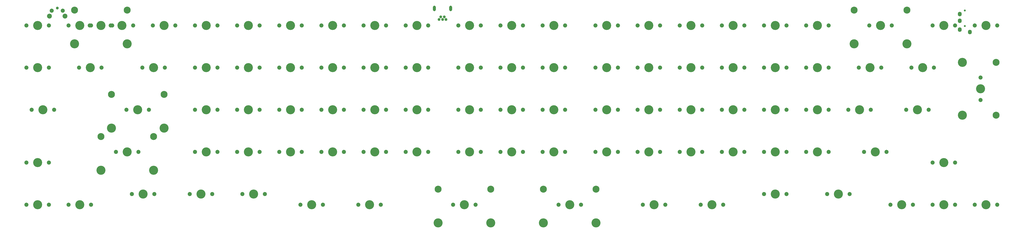
<source format=gts>
G04 #@! TF.GenerationSoftware,KiCad,Pcbnew,(5.1.6)-1*
G04 #@! TF.CreationDate,2020-07-14T12:30:16-04:00*
G04 #@! TF.ProjectId,railroad-keyboard-pcb-only,7261696c-726f-4616-942d-6b6579626f61,rev?*
G04 #@! TF.SameCoordinates,Original*
G04 #@! TF.FileFunction,Soldermask,Top*
G04 #@! TF.FilePolarity,Negative*
%FSLAX46Y46*%
G04 Gerber Fmt 4.6, Leading zero omitted, Abs format (unit mm)*
G04 Created by KiCad (PCBNEW (5.1.6)-1) date 2020-07-14 12:30:16*
%MOMM*%
%LPD*%
G01*
G04 APERTURE LIST*
%ADD10C,1.300000*%
%ADD11C,2.200000*%
%ADD12C,1.850000*%
%ADD13C,4.087800*%
%ADD14C,3.148000*%
%ADD15O,1.700000X2.100000*%
%ADD16C,0.900000*%
%ADD17O,1.308000X2.516000*%
G04 APERTURE END LIST*
D10*
G04 #@! TO.C,SW1*
X18375000Y-239709000D03*
D11*
X21875000Y-243409000D03*
D12*
X20875000Y-240919000D03*
X15875000Y-240919000D03*
D11*
X14865000Y-243409000D03*
G04 #@! TD*
D13*
G04 #@! TO.C,MX9*
X390525000Y-247650000D03*
D12*
X385445000Y-247650000D03*
X395605000Y-247650000D03*
D14*
X378618750Y-240665000D03*
X402431250Y-240665000D03*
D13*
X378618750Y-255905000D03*
X402431250Y-255905000D03*
G04 #@! TD*
G04 #@! TO.C,MX500_alt2*
X28575000Y-247650000D03*
D12*
X23495000Y-247650000D03*
X33655000Y-247650000D03*
G04 #@! TD*
D13*
G04 #@! TO.C,MX100_alt1*
X47625000Y-247650000D03*
D12*
X52705000Y-247650000D03*
X42545000Y-247650000D03*
G04 #@! TD*
D15*
G04 #@! TO.C,U2*
X426325000Y-245468000D03*
D16*
X428625000Y-240868000D03*
X428625000Y-247868000D03*
D15*
X426325000Y-242468000D03*
X426325000Y-249468000D03*
X430925000Y-250568000D03*
G04 #@! TD*
D13*
G04 #@! TO.C,MX104*
X204787500Y-247650000D03*
D12*
X199707500Y-247650000D03*
X209867500Y-247650000D03*
G04 #@! TD*
D13*
G04 #@! TO.C,MX100*
X38100000Y-247650000D03*
D12*
X33020000Y-247650000D03*
X43180000Y-247650000D03*
D14*
X26193750Y-240665000D03*
X50006250Y-240665000D03*
D13*
X26193750Y-255905000D03*
X50006250Y-255905000D03*
G04 #@! TD*
G04 #@! TO.C,MX508*
X361950000Y-285750000D03*
D12*
X356870000Y-285750000D03*
X367030000Y-285750000D03*
G04 #@! TD*
D10*
G04 #@! TO.C,J1*
X190932000Y-244913000D03*
X192532000Y-244913000D03*
X194132000Y-244913000D03*
X191732000Y-243713000D03*
X193332000Y-243713000D03*
D17*
X196182000Y-239863000D03*
X188882000Y-239863000D03*
G04 #@! TD*
D13*
G04 #@! TO.C,MX410*
X427513750Y-264287000D03*
X427513750Y-288163000D03*
D14*
X442753750Y-264287000D03*
X442753750Y-288163000D03*
D12*
X435768750Y-281305000D03*
X435768750Y-271145000D03*
D13*
X435768750Y-276225000D03*
G04 #@! TD*
G04 #@! TO.C,MX305*
X242887500Y-266700000D03*
D12*
X237807500Y-266700000D03*
X247967500Y-266700000D03*
G04 #@! TD*
D13*
G04 #@! TO.C,MX306*
X285750000Y-266700000D03*
D12*
X280670000Y-266700000D03*
X290830000Y-266700000D03*
G04 #@! TD*
D13*
G04 #@! TO.C,MX808*
X342900000Y-323850000D03*
D12*
X337820000Y-323850000D03*
X347980000Y-323850000D03*
G04 #@! TD*
D13*
G04 #@! TO.C,MX102*
X123825000Y-247650000D03*
D12*
X118745000Y-247650000D03*
X128905000Y-247650000D03*
G04 #@! TD*
D13*
G04 #@! TO.C,MX801*
X57150000Y-323850000D03*
D12*
X52070000Y-323850000D03*
X62230000Y-323850000D03*
G04 #@! TD*
D13*
G04 #@! TO.C,MX601*
X50006250Y-304800000D03*
D12*
X44926250Y-304800000D03*
X55086250Y-304800000D03*
D14*
X38100000Y-297815000D03*
X61912500Y-297815000D03*
D13*
X38100000Y-313055000D03*
X61912500Y-313055000D03*
G04 #@! TD*
G04 #@! TO.C,MX904*
X202406250Y-328612500D03*
D12*
X197326250Y-328612500D03*
X207486250Y-328612500D03*
D14*
X190500000Y-321627500D03*
X214312500Y-321627500D03*
D13*
X190500000Y-336867500D03*
X214312500Y-336867500D03*
G04 #@! TD*
G04 #@! TO.C,MX906*
X288131250Y-328612500D03*
D12*
X283051250Y-328612500D03*
X293211250Y-328612500D03*
G04 #@! TD*
D13*
G04 #@! TO.C,MX903*
X159543750Y-328612500D03*
D12*
X154463750Y-328612500D03*
X164623750Y-328612500D03*
G04 #@! TD*
D13*
G04 #@! TO.C,MX609*
X388143750Y-304800000D03*
D12*
X383063750Y-304800000D03*
X393223750Y-304800000D03*
G04 #@! TD*
D13*
G04 #@! TO.C,MX509*
X407193750Y-285750000D03*
D12*
X402113750Y-285750000D03*
X412273750Y-285750000D03*
G04 #@! TD*
D13*
G04 #@! TO.C,MX400*
X11906250Y-285750000D03*
D12*
X6826250Y-285750000D03*
X16986250Y-285750000D03*
G04 #@! TD*
D13*
G04 #@! TO.C,MX901*
X83343750Y-323850000D03*
D12*
X78263750Y-323850000D03*
X88423750Y-323850000D03*
G04 #@! TD*
D13*
G04 #@! TO.C,MX802*
X107156250Y-323850000D03*
D12*
X102076250Y-323850000D03*
X112236250Y-323850000D03*
G04 #@! TD*
D13*
G04 #@! TO.C,MX908*
X371475000Y-323850000D03*
D12*
X366395000Y-323850000D03*
X376555000Y-323850000D03*
G04 #@! TD*
D13*
G04 #@! TO.C,MX300*
X33337500Y-266700000D03*
D12*
X28257500Y-266700000D03*
X38417500Y-266700000D03*
G04 #@! TD*
D13*
G04 #@! TO.C,MX209*
X385762500Y-266700000D03*
D12*
X380682500Y-266700000D03*
X390842500Y-266700000D03*
G04 #@! TD*
D13*
G04 #@! TO.C,MX201*
X61912500Y-266700000D03*
D12*
X56832500Y-266700000D03*
X66992500Y-266700000D03*
G04 #@! TD*
D13*
G04 #@! TO.C,MX905*
X250031250Y-328612500D03*
D12*
X244951250Y-328612500D03*
X255111250Y-328612500D03*
D14*
X238125000Y-321627500D03*
X261937500Y-321627500D03*
D13*
X238125000Y-336867500D03*
X261937500Y-336867500D03*
G04 #@! TD*
G04 #@! TO.C,MX401*
X54768750Y-285750000D03*
D12*
X49688750Y-285750000D03*
X59848750Y-285750000D03*
D14*
X42862500Y-278765000D03*
X66675000Y-278765000D03*
D13*
X42862500Y-294005000D03*
X66675000Y-294005000D03*
G04 #@! TD*
G04 #@! TO.C,MX602*
X104775000Y-304800000D03*
D12*
X99695000Y-304800000D03*
X109855000Y-304800000D03*
G04 #@! TD*
D13*
G04 #@! TO.C,MX702*
X123825000Y-304800000D03*
D12*
X118745000Y-304800000D03*
X128905000Y-304800000D03*
G04 #@! TD*
D13*
G04 #@! TO.C,MX502*
X123825000Y-285750000D03*
D12*
X118745000Y-285750000D03*
X128905000Y-285750000D03*
G04 #@! TD*
D13*
G04 #@! TO.C,MX909*
X419100000Y-328612500D03*
D12*
X414020000Y-328612500D03*
X424180000Y-328612500D03*
G04 #@! TD*
D13*
G04 #@! TO.C,MX907*
X314325000Y-328612500D03*
D12*
X309245000Y-328612500D03*
X319405000Y-328612500D03*
G04 #@! TD*
D13*
G04 #@! TO.C,MX902*
X133350000Y-328612500D03*
D12*
X128270000Y-328612500D03*
X138430000Y-328612500D03*
G04 #@! TD*
D13*
G04 #@! TO.C,MX900*
X28575000Y-328612500D03*
D12*
X23495000Y-328612500D03*
X33655000Y-328612500D03*
G04 #@! TD*
D13*
G04 #@! TO.C,MX810*
X438150000Y-328612500D03*
D12*
X433070000Y-328612500D03*
X443230000Y-328612500D03*
G04 #@! TD*
D13*
G04 #@! TO.C,MX809*
X400050000Y-328612500D03*
D12*
X394970000Y-328612500D03*
X405130000Y-328612500D03*
G04 #@! TD*
D13*
G04 #@! TO.C,MX800*
X9525000Y-328612500D03*
D12*
X4445000Y-328612500D03*
X14605000Y-328612500D03*
G04 #@! TD*
D13*
G04 #@! TO.C,MX709*
X419100000Y-309562500D03*
D12*
X414020000Y-309562500D03*
X424180000Y-309562500D03*
G04 #@! TD*
D13*
G04 #@! TO.C,MX708*
X361950000Y-304800000D03*
D12*
X356870000Y-304800000D03*
X367030000Y-304800000D03*
G04 #@! TD*
D13*
G04 #@! TO.C,MX707*
X323850000Y-304800000D03*
D12*
X318770000Y-304800000D03*
X328930000Y-304800000D03*
G04 #@! TD*
D13*
G04 #@! TO.C,MX706*
X285750000Y-304800000D03*
D12*
X280670000Y-304800000D03*
X290830000Y-304800000D03*
G04 #@! TD*
D13*
G04 #@! TO.C,MX705*
X242887500Y-304800000D03*
D12*
X237807500Y-304800000D03*
X247967500Y-304800000D03*
G04 #@! TD*
D13*
G04 #@! TO.C,MX704*
X204787500Y-304800000D03*
D12*
X199707500Y-304800000D03*
X209867500Y-304800000D03*
G04 #@! TD*
D13*
G04 #@! TO.C,MX703*
X161925000Y-304800000D03*
D12*
X156845000Y-304800000D03*
X167005000Y-304800000D03*
G04 #@! TD*
D13*
G04 #@! TO.C,MX701*
X85725000Y-304800000D03*
D12*
X80645000Y-304800000D03*
X90805000Y-304800000D03*
G04 #@! TD*
D13*
G04 #@! TO.C,MX608*
X342900000Y-304800000D03*
D12*
X337820000Y-304800000D03*
X347980000Y-304800000D03*
G04 #@! TD*
D13*
G04 #@! TO.C,MX607*
X304800000Y-304800000D03*
D12*
X299720000Y-304800000D03*
X309880000Y-304800000D03*
G04 #@! TD*
D13*
G04 #@! TO.C,MX606*
X266700000Y-304800000D03*
D12*
X261620000Y-304800000D03*
X271780000Y-304800000D03*
G04 #@! TD*
D13*
G04 #@! TO.C,MX605*
X223837500Y-304800000D03*
D12*
X218757500Y-304800000D03*
X228917500Y-304800000D03*
G04 #@! TD*
D13*
G04 #@! TO.C,MX604*
X180975000Y-304800000D03*
D12*
X175895000Y-304800000D03*
X186055000Y-304800000D03*
G04 #@! TD*
D13*
G04 #@! TO.C,MX603*
X142875000Y-304800000D03*
D12*
X137795000Y-304800000D03*
X147955000Y-304800000D03*
G04 #@! TD*
D13*
G04 #@! TO.C,MX600*
X9525000Y-309562500D03*
D12*
X4445000Y-309562500D03*
X14605000Y-309562500D03*
G04 #@! TD*
D13*
G04 #@! TO.C,MX507*
X323850000Y-285750000D03*
D12*
X318770000Y-285750000D03*
X328930000Y-285750000D03*
G04 #@! TD*
D13*
G04 #@! TO.C,MX506*
X285750000Y-285750000D03*
D12*
X280670000Y-285750000D03*
X290830000Y-285750000D03*
G04 #@! TD*
D13*
G04 #@! TO.C,MX505*
X242887500Y-285750000D03*
D12*
X237807500Y-285750000D03*
X247967500Y-285750000D03*
G04 #@! TD*
D13*
G04 #@! TO.C,MX504*
X204787500Y-285750000D03*
D12*
X209867500Y-285750000D03*
X199707500Y-285750000D03*
G04 #@! TD*
D13*
G04 #@! TO.C,MX503*
X161925000Y-285750000D03*
D12*
X156845000Y-285750000D03*
X167005000Y-285750000D03*
G04 #@! TD*
D13*
G04 #@! TO.C,MX501*
X85725000Y-285750000D03*
D12*
X80645000Y-285750000D03*
X90805000Y-285750000D03*
G04 #@! TD*
D13*
G04 #@! TO.C,MX409*
X381000000Y-285750000D03*
D12*
X375920000Y-285750000D03*
X386080000Y-285750000D03*
G04 #@! TD*
D13*
G04 #@! TO.C,MX408*
X342900000Y-285750000D03*
D12*
X337820000Y-285750000D03*
X347980000Y-285750000D03*
G04 #@! TD*
D13*
G04 #@! TO.C,MX407*
X304800000Y-285750000D03*
D12*
X299720000Y-285750000D03*
X309880000Y-285750000D03*
G04 #@! TD*
D13*
G04 #@! TO.C,MX406*
X266700000Y-285750000D03*
D12*
X261620000Y-285750000D03*
X271780000Y-285750000D03*
G04 #@! TD*
D13*
G04 #@! TO.C,MX405*
X223837500Y-285750000D03*
D12*
X218757500Y-285750000D03*
X228917500Y-285750000D03*
G04 #@! TD*
D13*
G04 #@! TO.C,MX404*
X180975000Y-285750000D03*
D12*
X186055000Y-285750000D03*
X175895000Y-285750000D03*
G04 #@! TD*
D13*
G04 #@! TO.C,MX403*
X142875000Y-285750000D03*
D12*
X137795000Y-285750000D03*
X147955000Y-285750000D03*
G04 #@! TD*
D13*
G04 #@! TO.C,MX402*
X104775000Y-285750000D03*
D12*
X99695000Y-285750000D03*
X109855000Y-285750000D03*
G04 #@! TD*
D13*
G04 #@! TO.C,MX309*
X409575000Y-266700000D03*
D12*
X404495000Y-266700000D03*
X414655000Y-266700000D03*
G04 #@! TD*
D13*
G04 #@! TO.C,MX307*
X323850000Y-266700000D03*
D12*
X318770000Y-266700000D03*
X328930000Y-266700000D03*
G04 #@! TD*
D13*
G04 #@! TO.C,MX304*
X204787500Y-266700000D03*
D12*
X199707500Y-266700000D03*
X209867500Y-266700000D03*
G04 #@! TD*
D13*
G04 #@! TO.C,MX303*
X161925000Y-266700000D03*
D12*
X156845000Y-266700000D03*
X167005000Y-266700000D03*
G04 #@! TD*
D13*
G04 #@! TO.C,MX302*
X123825000Y-266700000D03*
D12*
X118745000Y-266700000D03*
X128905000Y-266700000D03*
G04 #@! TD*
D13*
G04 #@! TO.C,MX301*
X85725000Y-266700000D03*
D12*
X80645000Y-266700000D03*
X90805000Y-266700000D03*
G04 #@! TD*
D13*
G04 #@! TO.C,MX208*
X342900000Y-266700000D03*
D12*
X337820000Y-266700000D03*
X347980000Y-266700000D03*
G04 #@! TD*
D13*
G04 #@! TO.C,MX207*
X304800000Y-266700000D03*
D12*
X299720000Y-266700000D03*
X309880000Y-266700000D03*
G04 #@! TD*
D13*
G04 #@! TO.C,MX206*
X266700000Y-266700000D03*
D12*
X261620000Y-266700000D03*
X271780000Y-266700000D03*
G04 #@! TD*
D13*
G04 #@! TO.C,MX205*
X223837500Y-266700000D03*
D12*
X218757500Y-266700000D03*
X228917500Y-266700000D03*
G04 #@! TD*
D13*
G04 #@! TO.C,MX204*
X180975000Y-266700000D03*
D12*
X175895000Y-266700000D03*
X186055000Y-266700000D03*
G04 #@! TD*
D13*
G04 #@! TO.C,MX203*
X142875000Y-266700000D03*
D12*
X137795000Y-266700000D03*
X147955000Y-266700000D03*
G04 #@! TD*
D13*
G04 #@! TO.C,MX202*
X104775000Y-266700000D03*
D12*
X99695000Y-266700000D03*
X109855000Y-266700000D03*
G04 #@! TD*
D13*
G04 #@! TO.C,MX200*
X9525000Y-266700000D03*
D12*
X4445000Y-266700000D03*
X14605000Y-266700000D03*
G04 #@! TD*
D13*
G04 #@! TO.C,MX109*
X419100000Y-247650000D03*
D12*
X424180000Y-247650000D03*
X414020000Y-247650000D03*
G04 #@! TD*
D13*
G04 #@! TO.C,MX108*
X361950000Y-247650000D03*
D12*
X356870000Y-247650000D03*
X367030000Y-247650000D03*
G04 #@! TD*
D13*
G04 #@! TO.C,MX107*
X323850000Y-247650000D03*
D12*
X318770000Y-247650000D03*
X328930000Y-247650000D03*
G04 #@! TD*
D13*
G04 #@! TO.C,MX106*
X285750000Y-247650000D03*
D12*
X280670000Y-247650000D03*
X290830000Y-247650000D03*
G04 #@! TD*
D13*
G04 #@! TO.C,MX105*
X242887500Y-247650000D03*
D12*
X237807500Y-247650000D03*
X247967500Y-247650000D03*
G04 #@! TD*
D13*
G04 #@! TO.C,MX103*
X161925000Y-247650000D03*
D12*
X156845000Y-247650000D03*
X167005000Y-247650000D03*
G04 #@! TD*
D13*
G04 #@! TO.C,MX101*
X85725000Y-247650000D03*
D12*
X80645000Y-247650000D03*
X90805000Y-247650000D03*
G04 #@! TD*
D13*
G04 #@! TO.C,MX10*
X438150000Y-247650000D03*
D12*
X433070000Y-247650000D03*
X443230000Y-247650000D03*
G04 #@! TD*
D13*
G04 #@! TO.C,MX8*
X342900000Y-247650000D03*
D12*
X337820000Y-247650000D03*
X347980000Y-247650000D03*
G04 #@! TD*
D13*
G04 #@! TO.C,MX7*
X304800000Y-247650000D03*
D12*
X299720000Y-247650000D03*
X309880000Y-247650000D03*
G04 #@! TD*
D13*
G04 #@! TO.C,MX6*
X266700000Y-247650000D03*
D12*
X261620000Y-247650000D03*
X271780000Y-247650000D03*
G04 #@! TD*
D13*
G04 #@! TO.C,MX5*
X223837500Y-247650000D03*
D12*
X218757500Y-247650000D03*
X228917500Y-247650000D03*
G04 #@! TD*
D13*
G04 #@! TO.C,MX4*
X180975000Y-247650000D03*
D12*
X175895000Y-247650000D03*
X186055000Y-247650000D03*
G04 #@! TD*
D13*
G04 #@! TO.C,MX3*
X142875000Y-247650000D03*
D12*
X137795000Y-247650000D03*
X147955000Y-247650000D03*
G04 #@! TD*
D13*
G04 #@! TO.C,MX2*
X104775000Y-247650000D03*
D12*
X99695000Y-247650000D03*
X109855000Y-247650000D03*
G04 #@! TD*
D13*
G04 #@! TO.C,MX1*
X66675000Y-247650000D03*
D12*
X61595000Y-247650000D03*
X71755000Y-247650000D03*
G04 #@! TD*
D13*
G04 #@! TO.C,MX0*
X9525000Y-247650000D03*
D12*
X4445000Y-247650000D03*
X14605000Y-247650000D03*
G04 #@! TD*
D13*
G04 #@! TO.C,MX308*
X361950000Y-266700000D03*
D12*
X356870000Y-266700000D03*
X367030000Y-266700000D03*
G04 #@! TD*
M02*

</source>
